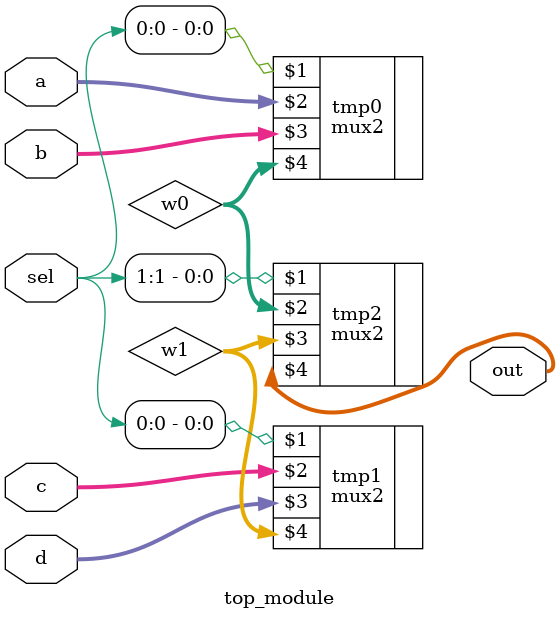
<source format=v>
module top_module (
    input [1:0] sel,
    input [7:0] a,
    input [7:0] b,
    input [7:0] c,
    input [7:0] d,
    output [7:0] out  ); //

    wire [7:0] w0, w1;
    mux2 tmp0 ( sel[0],    a,    b, w0 );
    mux2 tmp1 ( sel[0],    c,    d, w1 );
    mux2 tmp2 ( sel[1], w0, w1,  out );

endmodule

</source>
